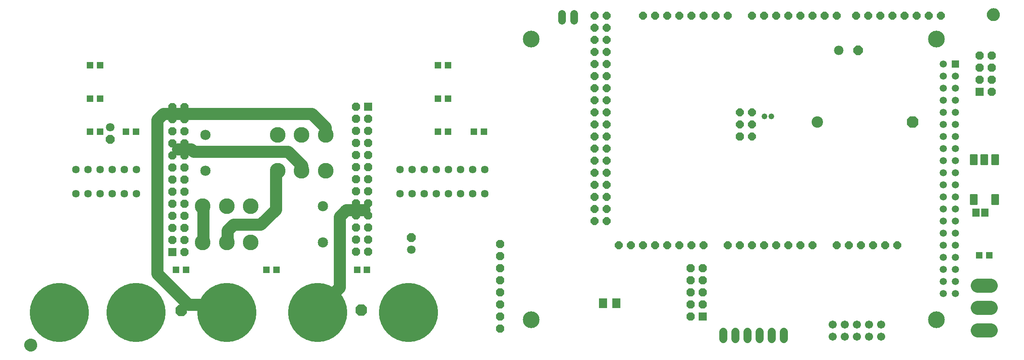
<source format=gbs>
G75*
G70*
%OFA0B0*%
%FSLAX24Y24*%
%IPPOS*%
%LPD*%
%AMOC8*
5,1,8,0,0,1.08239X$1,22.5*
%
%ADD10C,0.1000*%
%ADD11C,0.0477*%
%ADD12C,0.0674*%
%ADD13OC8,0.0710*%
%ADD14C,0.0710*%
%ADD15C,0.0640*%
%ADD16C,0.0946*%
%ADD17OC8,0.0946*%
%ADD18OC8,0.0634*%
%ADD19OC8,0.0680*%
%ADD20C,0.1299*%
%ADD21C,0.0848*%
%ADD22C,0.4885*%
%ADD23R,0.0552X0.0552*%
%ADD24C,0.1172*%
%ADD25R,0.0674X0.0674*%
%ADD26OC8,0.0674*%
%ADD27C,0.0595*%
%ADD28R,0.0595X0.0595*%
%ADD29C,0.1386*%
%ADD30C,0.0674*%
%ADD31C,0.0634*%
%ADD32R,0.0710X0.0789*%
%ADD33R,0.0516X0.0516*%
%ADD34R,0.0592X0.0671*%
%ADD35C,0.0095*%
%ADD36C,0.0050*%
%ADD37C,0.0780*%
%ADD38OC8,0.0780*%
D10*
X015146Y009828D02*
X017721Y007253D01*
X019846Y007253D01*
X015146Y009828D02*
X015146Y022553D01*
X015646Y023053D01*
X027096Y023053D01*
X027196Y023053D02*
X027921Y023053D01*
X029046Y021928D01*
X029046Y021403D01*
X027121Y018753D02*
X025946Y019928D01*
X018146Y019928D01*
X017946Y020128D01*
X016871Y020128D01*
X024946Y018303D02*
X024946Y015128D01*
X023696Y013878D01*
X021446Y013878D01*
X020946Y013378D01*
X020946Y012453D01*
X018971Y012553D02*
X018971Y015353D01*
X027121Y018453D02*
X027121Y018753D01*
X030771Y015078D02*
X030221Y014528D01*
X030221Y008703D01*
X028796Y007278D01*
X030771Y015078D02*
X032271Y015078D01*
D11*
X065295Y022853D03*
X065846Y022853D03*
D12*
X065896Y005025D02*
X065896Y004431D01*
X066896Y004431D02*
X066896Y005025D01*
X064896Y005025D02*
X064896Y004431D01*
X063896Y004431D02*
X063896Y005025D01*
X062896Y005025D02*
X062896Y004431D01*
X061896Y004431D02*
X061896Y005025D01*
D13*
X036121Y012828D03*
X011246Y020953D03*
D14*
X011246Y021953D03*
X036121Y011828D03*
D15*
X048546Y030798D02*
X048546Y031358D01*
X049546Y031358D02*
X049546Y030798D01*
D16*
X069641Y022378D03*
D17*
X077511Y022378D03*
X031977Y006835D03*
X017133Y006778D03*
D18*
X051241Y014193D03*
X052241Y014193D03*
X052241Y015193D03*
X051241Y015193D03*
X051241Y016193D03*
X052241Y016193D03*
X052241Y017193D03*
X051241Y017193D03*
X051241Y018193D03*
X052241Y018193D03*
X052241Y019193D03*
X051241Y019193D03*
X051241Y020193D03*
X052241Y020193D03*
X052241Y021193D03*
X051241Y021193D03*
X051241Y022193D03*
X052241Y022193D03*
X052241Y023193D03*
X051241Y023193D03*
X051241Y024193D03*
X052241Y024193D03*
X052241Y025193D03*
X051241Y025193D03*
X051241Y026193D03*
X052241Y026193D03*
X052241Y027193D03*
X051241Y027193D03*
X051241Y028193D03*
X052241Y028193D03*
X052241Y029193D03*
X051241Y029193D03*
X051241Y030193D03*
X052241Y030193D03*
X052241Y031193D03*
X051241Y031193D03*
X055241Y031193D03*
X056241Y031193D03*
X057241Y031193D03*
X058241Y031193D03*
X059241Y031193D03*
X060241Y031193D03*
X061241Y031193D03*
X062241Y031193D03*
X064241Y031193D03*
X065241Y031193D03*
X066241Y031193D03*
X067241Y031193D03*
X068241Y031193D03*
X069241Y031193D03*
X070241Y031193D03*
X071241Y031193D03*
X072841Y031193D03*
X073841Y031193D03*
X074841Y031193D03*
X075841Y031193D03*
X076841Y031193D03*
X077841Y031193D03*
X078841Y031193D03*
X079841Y031193D03*
X064241Y023193D03*
X063241Y023193D03*
X063241Y022193D03*
X064241Y022193D03*
X064241Y021193D03*
X064241Y012193D03*
X063241Y012193D03*
X062241Y012193D03*
X060241Y012193D03*
X059241Y012193D03*
X058241Y012193D03*
X057241Y012193D03*
X056241Y012193D03*
X055241Y012193D03*
X054241Y012193D03*
X053241Y012193D03*
X065241Y012193D03*
X066241Y012193D03*
X067241Y012193D03*
X068241Y012193D03*
X069241Y012193D03*
X071241Y012193D03*
X072241Y012193D03*
X073241Y012193D03*
X074241Y012193D03*
X075241Y012193D03*
X076241Y012193D03*
D19*
X063241Y021193D03*
D20*
X029044Y021342D03*
X027060Y021342D03*
X025075Y021342D03*
X025075Y018365D03*
X027060Y018365D03*
X029044Y018365D03*
X022866Y015417D03*
X020882Y015417D03*
X018898Y015417D03*
X018898Y012440D03*
X020882Y012440D03*
X022866Y012440D03*
D21*
X028819Y012440D03*
X028819Y015417D03*
X019123Y018365D03*
X019123Y021342D03*
D22*
X020874Y006622D03*
X013374Y006622D03*
X007055Y006622D03*
X028374Y006622D03*
X035874Y006622D03*
D23*
X032469Y010165D03*
X031642Y010165D03*
X024988Y010165D03*
X024162Y010165D03*
X017508Y010165D03*
X016681Y010165D03*
X013374Y021582D03*
X012548Y021582D03*
X010422Y021582D03*
X009595Y021582D03*
X009595Y024338D03*
X010422Y024338D03*
X010422Y027094D03*
X009595Y027094D03*
X038335Y027094D03*
X039162Y027094D03*
X039162Y024338D03*
X038335Y024338D03*
X038335Y021582D03*
X039162Y021582D03*
X041288Y021582D03*
X042114Y021582D03*
X083020Y011346D03*
X083847Y011346D03*
D24*
X083966Y008865D02*
X082901Y008865D01*
X082901Y007015D02*
X083966Y007015D01*
X083966Y005165D02*
X082901Y005165D01*
D25*
X060196Y006303D03*
X016407Y011618D03*
X032548Y023673D03*
X083046Y024878D03*
D26*
X084046Y024878D03*
X084046Y025878D03*
X083046Y025878D03*
X083046Y026878D03*
X084046Y026878D03*
X084046Y027878D03*
X083046Y027878D03*
X043446Y012303D03*
X043446Y011303D03*
X043446Y010303D03*
X043446Y009303D03*
X043446Y008303D03*
X043446Y007303D03*
X043446Y006303D03*
X043446Y005303D03*
X059196Y006303D03*
X059196Y007303D03*
X060196Y007303D03*
X060196Y008303D03*
X059196Y008303D03*
X059196Y009303D03*
X060196Y009303D03*
X060196Y010303D03*
X059196Y010303D03*
X032548Y011673D03*
X031548Y011673D03*
X031548Y012673D03*
X032548Y012673D03*
X032548Y013673D03*
X031548Y013673D03*
X031548Y014673D03*
X032548Y014673D03*
X032548Y015673D03*
X031548Y015673D03*
X031548Y016673D03*
X032548Y016673D03*
X032548Y017673D03*
X031548Y017673D03*
X031548Y018673D03*
X032548Y018673D03*
X032548Y019673D03*
X031548Y019673D03*
X031548Y020673D03*
X032548Y020673D03*
X032548Y021673D03*
X031548Y021673D03*
X031548Y022673D03*
X032548Y022673D03*
X031548Y023673D03*
X017407Y023618D03*
X016407Y023618D03*
X016407Y022618D03*
X017407Y022618D03*
X017407Y021618D03*
X016407Y021618D03*
X016407Y020618D03*
X017407Y020618D03*
X017407Y019618D03*
X016407Y019618D03*
X016407Y018618D03*
X017407Y018618D03*
X017407Y017618D03*
X016407Y017618D03*
X016407Y016618D03*
X017407Y016618D03*
X017407Y015618D03*
X016407Y015618D03*
X016407Y014618D03*
X017407Y014618D03*
X017407Y013618D03*
X016407Y013618D03*
X016407Y012618D03*
X017407Y012618D03*
X017407Y011618D03*
D27*
X080071Y011196D03*
X081071Y011196D03*
X081071Y010196D03*
X080071Y010196D03*
X080071Y009196D03*
X081071Y009196D03*
X081071Y008196D03*
X080071Y008196D03*
X080071Y012196D03*
X081071Y012196D03*
X081071Y013196D03*
X080071Y013196D03*
X080071Y014196D03*
X081071Y014196D03*
X081071Y015196D03*
X080071Y015196D03*
X080071Y016196D03*
X081071Y016196D03*
X081071Y017196D03*
X080071Y017196D03*
X080071Y018196D03*
X081071Y018196D03*
X081071Y019196D03*
X080071Y019196D03*
X080071Y020196D03*
X081071Y020196D03*
X081071Y021196D03*
X080071Y021196D03*
X080071Y022196D03*
X081071Y022196D03*
X081071Y023196D03*
X080071Y023196D03*
X080071Y024196D03*
X081071Y024196D03*
X081071Y025196D03*
X080071Y025196D03*
X080071Y026196D03*
X081071Y026196D03*
X080071Y027196D03*
D28*
X081071Y027196D03*
D29*
X079496Y029259D03*
X046032Y029259D03*
X046032Y006031D03*
X079496Y006031D03*
D30*
X074921Y005628D03*
X073921Y005628D03*
X072921Y005628D03*
X071921Y005628D03*
X070921Y005628D03*
X070921Y004628D03*
X071921Y004628D03*
X072921Y004628D03*
X073921Y004628D03*
X074921Y004628D03*
D31*
X042205Y016464D03*
X041205Y016464D03*
X040205Y016464D03*
X039205Y016464D03*
X038205Y016464D03*
X037205Y016464D03*
X036205Y016464D03*
X035205Y016464D03*
X035205Y018464D03*
X036205Y018464D03*
X037205Y018464D03*
X038205Y018464D03*
X039205Y018464D03*
X040205Y018464D03*
X041205Y018464D03*
X042205Y018464D03*
X013433Y018464D03*
X012433Y018464D03*
X011433Y018464D03*
X010433Y018464D03*
X009433Y018464D03*
X008433Y018464D03*
X008433Y016464D03*
X009433Y016464D03*
X010433Y016464D03*
X011433Y016464D03*
X012433Y016464D03*
X013433Y016464D03*
D32*
X051969Y007403D03*
X053072Y007403D03*
D33*
X029977Y006835D03*
X015133Y006778D03*
D34*
X082747Y014903D03*
X083495Y014903D03*
D35*
X084051Y015586D02*
X084051Y016398D01*
X084587Y016398D01*
X084587Y015586D01*
X084051Y015586D01*
X084051Y015680D02*
X084587Y015680D01*
X084587Y015774D02*
X084051Y015774D01*
X084051Y015868D02*
X084587Y015868D01*
X084587Y015962D02*
X084051Y015962D01*
X084051Y016056D02*
X084587Y016056D01*
X084587Y016150D02*
X084051Y016150D01*
X084051Y016244D02*
X084587Y016244D01*
X084587Y016338D02*
X084051Y016338D01*
X082280Y016398D02*
X082280Y015586D01*
X082280Y016398D02*
X082816Y016398D01*
X082816Y015586D01*
X082280Y015586D01*
X082280Y015680D02*
X082816Y015680D01*
X082816Y015774D02*
X082280Y015774D01*
X082280Y015868D02*
X082816Y015868D01*
X082816Y015962D02*
X082280Y015962D01*
X082280Y016056D02*
X082816Y016056D01*
X082816Y016150D02*
X082280Y016150D01*
X082280Y016244D02*
X082816Y016244D01*
X082816Y016338D02*
X082280Y016338D01*
X082280Y018893D02*
X082280Y019705D01*
X082816Y019705D01*
X082816Y018893D01*
X082280Y018893D01*
X082280Y018987D02*
X082816Y018987D01*
X082816Y019081D02*
X082280Y019081D01*
X082280Y019175D02*
X082816Y019175D01*
X082816Y019269D02*
X082280Y019269D01*
X082280Y019363D02*
X082816Y019363D01*
X082816Y019457D02*
X082280Y019457D01*
X082280Y019551D02*
X082816Y019551D01*
X082816Y019645D02*
X082280Y019645D01*
X083165Y019705D02*
X083165Y018893D01*
X083165Y019705D02*
X083701Y019705D01*
X083701Y018893D01*
X083165Y018893D01*
X083165Y018987D02*
X083701Y018987D01*
X083701Y019081D02*
X083165Y019081D01*
X083165Y019175D02*
X083701Y019175D01*
X083701Y019269D02*
X083165Y019269D01*
X083165Y019363D02*
X083701Y019363D01*
X083701Y019457D02*
X083165Y019457D01*
X083165Y019551D02*
X083701Y019551D01*
X083701Y019645D02*
X083165Y019645D01*
X084051Y019705D02*
X084051Y018893D01*
X084051Y019705D02*
X084587Y019705D01*
X084587Y018893D01*
X084051Y018893D01*
X084051Y018987D02*
X084587Y018987D01*
X084587Y019081D02*
X084051Y019081D01*
X084051Y019175D02*
X084587Y019175D01*
X084587Y019269D02*
X084051Y019269D01*
X084051Y019363D02*
X084587Y019363D01*
X084587Y019457D02*
X084051Y019457D01*
X084051Y019551D02*
X084587Y019551D01*
X084587Y019645D02*
X084051Y019645D01*
D36*
X004313Y003607D02*
X004263Y003678D01*
X004226Y003757D01*
X004203Y003842D01*
X004196Y003928D01*
X004203Y004015D01*
X004226Y004099D01*
X004263Y004178D01*
X004313Y004250D01*
X004374Y004311D01*
X004446Y004361D01*
X004525Y004398D01*
X004609Y004421D01*
X004696Y004428D01*
X004782Y004421D01*
X004867Y004398D01*
X004946Y004361D01*
X005017Y004311D01*
X005079Y004250D01*
X005129Y004178D01*
X005165Y004099D01*
X005188Y004015D01*
X005196Y003928D01*
X005188Y003842D01*
X005165Y003757D01*
X005129Y003678D01*
X005079Y003607D01*
X005017Y003545D01*
X004946Y003495D01*
X004867Y003459D01*
X004782Y003436D01*
X004696Y003428D01*
X004609Y003436D01*
X004525Y003459D01*
X004446Y003495D01*
X004374Y003545D01*
X004313Y003607D01*
X004309Y003612D02*
X005082Y003612D01*
X005116Y003660D02*
X004275Y003660D01*
X004248Y003709D02*
X005143Y003709D01*
X005165Y003757D02*
X004226Y003757D01*
X004213Y003806D02*
X005178Y003806D01*
X005189Y003854D02*
X004202Y003854D01*
X004198Y003903D02*
X005193Y003903D01*
X005194Y003951D02*
X004198Y003951D01*
X004202Y004000D02*
X005189Y004000D01*
X005179Y004048D02*
X004212Y004048D01*
X004225Y004097D02*
X005166Y004097D01*
X005144Y004145D02*
X004247Y004145D01*
X004273Y004194D02*
X005118Y004194D01*
X005084Y004242D02*
X004307Y004242D01*
X004354Y004291D02*
X005037Y004291D01*
X004977Y004339D02*
X004414Y004339D01*
X004502Y004388D02*
X004889Y004388D01*
X005035Y003563D02*
X004356Y003563D01*
X004418Y003515D02*
X004973Y003515D01*
X004883Y003466D02*
X004508Y003466D01*
X083726Y031107D02*
X083703Y031192D01*
X083696Y031278D01*
X083703Y031365D01*
X083726Y031449D01*
X083763Y031528D01*
X083813Y031600D01*
X083874Y031661D01*
X083946Y031711D01*
X084025Y031748D01*
X084109Y031771D01*
X084196Y031778D01*
X084282Y031771D01*
X084367Y031748D01*
X084446Y031711D01*
X084517Y031661D01*
X084579Y031600D01*
X084629Y031528D01*
X084665Y031449D01*
X084688Y031365D01*
X084696Y031278D01*
X084688Y031192D01*
X084665Y031107D01*
X084629Y031028D01*
X084579Y030957D01*
X084517Y030895D01*
X084446Y030845D01*
X084367Y030809D01*
X084282Y030786D01*
X084196Y030778D01*
X084109Y030786D01*
X084025Y030809D01*
X083946Y030845D01*
X083874Y030895D01*
X083813Y030957D01*
X083763Y031028D01*
X083726Y031107D01*
X083725Y031111D02*
X084666Y031111D01*
X084679Y031160D02*
X083712Y031160D01*
X083702Y031208D02*
X084689Y031208D01*
X084694Y031257D02*
X083697Y031257D01*
X083698Y031305D02*
X084693Y031305D01*
X084689Y031354D02*
X083702Y031354D01*
X083713Y031402D02*
X084678Y031402D01*
X084665Y031451D02*
X083726Y031451D01*
X083749Y031499D02*
X084642Y031499D01*
X084615Y031548D02*
X083776Y031548D01*
X083810Y031596D02*
X084581Y031596D01*
X084533Y031645D02*
X083858Y031645D01*
X083920Y031693D02*
X084471Y031693D01*
X084380Y031742D02*
X084011Y031742D01*
X083746Y031063D02*
X084645Y031063D01*
X084619Y031014D02*
X083772Y031014D01*
X083806Y030966D02*
X084585Y030966D01*
X084539Y030917D02*
X083852Y030917D01*
X083912Y030869D02*
X084479Y030869D01*
X084392Y030820D02*
X083999Y030820D01*
D37*
X071433Y028328D03*
D38*
X073008Y028328D03*
M02*

</source>
